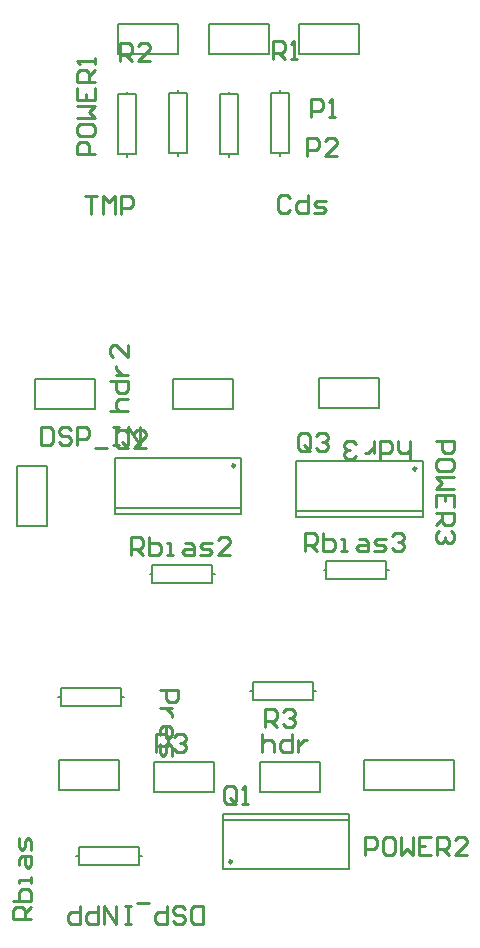
<source format=gto>
G04 Layer_Color=65535*
%FSLAX25Y25*%
%MOIN*%
G70*
G01*
G75*
%ADD10C,0.01000*%
%ADD18C,0.00984*%
%ADD19C,0.00787*%
D10*
X557000Y287000D02*
Y292998D01*
X559999D01*
X560999Y291998D01*
Y289999D01*
X559999Y288999D01*
X557000D01*
X558999D02*
X560999Y287000D01*
X562998Y291998D02*
X563998Y292998D01*
X565997D01*
X566997Y291998D01*
Y290999D01*
X565997Y289999D01*
X564997D01*
X565997D01*
X566997Y288999D01*
Y288000D01*
X565997Y287000D01*
X563998D01*
X562998Y288000D01*
X497000Y463998D02*
X500999D01*
X498999D01*
Y458000D01*
X502998D02*
Y463998D01*
X504997Y461999D01*
X506997Y463998D01*
Y458000D01*
X508996D02*
Y463998D01*
X511995D01*
X512995Y462998D01*
Y460999D01*
X511995Y459999D01*
X508996D01*
X479000Y223000D02*
X473002D01*
Y225999D01*
X474002Y226999D01*
X476001D01*
X477001Y225999D01*
Y223000D01*
Y224999D02*
X479000Y226999D01*
X473002Y228998D02*
X479000D01*
Y231997D01*
X478000Y232997D01*
X477001D01*
X476001D01*
X475001Y231997D01*
Y228998D01*
X479000Y234996D02*
Y236996D01*
Y235996D01*
X475001D01*
Y234996D01*
Y240994D02*
Y242993D01*
X476001Y243993D01*
X479000D01*
Y240994D01*
X478000Y239995D01*
X477001Y240994D01*
Y243993D01*
X479000Y245993D02*
Y248992D01*
X478000Y249991D01*
X477001Y248992D01*
Y246992D01*
X476001Y245993D01*
X475001Y246992D01*
Y249991D01*
X570300Y345900D02*
Y351898D01*
X573299D01*
X574299Y350898D01*
Y348899D01*
X573299Y347899D01*
X570300D01*
X572299D02*
X574299Y345900D01*
X576298Y351898D02*
Y345900D01*
X579297D01*
X580297Y346900D01*
Y347899D01*
Y348899D01*
X579297Y349899D01*
X576298D01*
X582296Y345900D02*
X584296D01*
X583296D01*
Y349899D01*
X582296D01*
X588294D02*
X590294D01*
X591293Y348899D01*
Y345900D01*
X588294D01*
X587294Y346900D01*
X588294Y347899D01*
X591293D01*
X593293Y345900D02*
X596292D01*
X597291Y346900D01*
X596292Y347899D01*
X594292D01*
X593293Y348899D01*
X594292Y349899D01*
X597291D01*
X599291Y350898D02*
X600290Y351898D01*
X602290D01*
X603289Y350898D01*
Y349899D01*
X602290Y348899D01*
X601290D01*
X602290D01*
X603289Y347899D01*
Y346900D01*
X602290Y345900D01*
X600290D01*
X599291Y346900D01*
X512300Y344400D02*
Y350398D01*
X515299D01*
X516299Y349398D01*
Y347399D01*
X515299Y346399D01*
X512300D01*
X514299D02*
X516299Y344400D01*
X518298Y350398D02*
Y344400D01*
X521297D01*
X522297Y345400D01*
Y346399D01*
Y347399D01*
X521297Y348399D01*
X518298D01*
X524296Y344400D02*
X526296D01*
X525296D01*
Y348399D01*
X524296D01*
X530294D02*
X532294D01*
X533293Y347399D01*
Y344400D01*
X530294D01*
X529294Y345400D01*
X530294Y346399D01*
X533293D01*
X535293Y344400D02*
X538292D01*
X539291Y345400D01*
X538292Y346399D01*
X536292D01*
X535293Y347399D01*
X536292Y348399D01*
X539291D01*
X545289Y344400D02*
X541291D01*
X545289Y348399D01*
Y349398D01*
X544290Y350398D01*
X542290D01*
X541291Y349398D01*
X571999Y380200D02*
Y384198D01*
X570999Y385198D01*
X569000D01*
X568000Y384198D01*
Y380200D01*
X569000Y379200D01*
X570999D01*
X569999Y381199D02*
X571999Y379200D01*
X570999D02*
X571999Y380200D01*
X573998Y384198D02*
X574998Y385198D01*
X576997D01*
X577997Y384198D01*
Y383199D01*
X576997Y382199D01*
X575997D01*
X576997D01*
X577997Y381199D01*
Y380200D01*
X576997Y379200D01*
X574998D01*
X573998Y380200D01*
X511499Y381200D02*
Y385198D01*
X510499Y386198D01*
X508500D01*
X507500Y385198D01*
Y381200D01*
X508500Y380200D01*
X510499D01*
X509499Y382199D02*
X511499Y380200D01*
X510499D02*
X511499Y381200D01*
X517497Y380200D02*
X513498D01*
X517497Y384199D01*
Y385198D01*
X516497Y386198D01*
X514498D01*
X513498Y385198D01*
X547499Y262600D02*
Y266598D01*
X546499Y267598D01*
X544500D01*
X543500Y266598D01*
Y262600D01*
X544500Y261600D01*
X546499D01*
X545499Y263599D02*
X547499Y261600D01*
X546499D02*
X547499Y262600D01*
X549498Y261600D02*
X551497D01*
X550498D01*
Y267598D01*
X549498Y266598D01*
X522000Y299500D02*
X527998D01*
Y296501D01*
X526998Y295501D01*
X524999D01*
X523999Y296501D01*
Y299500D01*
X525999Y293502D02*
X522000D01*
X523999D01*
X524999Y292502D01*
X525999Y291503D01*
Y290503D01*
X522000Y284505D02*
Y286504D01*
X523000Y287504D01*
X524999D01*
X525999Y286504D01*
Y284505D01*
X524999Y283505D01*
X523999D01*
Y287504D01*
X522000Y281506D02*
Y278507D01*
X523000Y277507D01*
X523999Y278507D01*
Y280506D01*
X524999Y281506D01*
X525999Y280506D01*
Y277507D01*
X614000Y382500D02*
X619998D01*
Y379501D01*
X618998Y378501D01*
X616999D01*
X615999Y379501D01*
Y382500D01*
X619998Y373503D02*
Y375502D01*
X618998Y376502D01*
X615000D01*
X614000Y375502D01*
Y373503D01*
X615000Y372503D01*
X618998D01*
X619998Y373503D01*
Y370504D02*
X614000D01*
X615999Y368505D01*
X614000Y366505D01*
X619998D01*
Y360507D02*
Y364506D01*
X614000D01*
Y360507D01*
X616999Y364506D02*
Y362507D01*
X614000Y358508D02*
X619998D01*
Y355509D01*
X618998Y354509D01*
X616999D01*
X615999Y355509D01*
Y358508D01*
Y356508D02*
X614000Y354509D01*
X618998Y352510D02*
X619998Y351510D01*
Y349511D01*
X618998Y348511D01*
X617999D01*
X616999Y349511D01*
Y350510D01*
Y349511D01*
X615999Y348511D01*
X615000D01*
X614000Y349511D01*
Y351510D01*
X615000Y352510D01*
X590500Y244500D02*
Y250498D01*
X593499D01*
X594499Y249498D01*
Y247499D01*
X593499Y246499D01*
X590500D01*
X599497Y250498D02*
X597498D01*
X596498Y249498D01*
Y245500D01*
X597498Y244500D01*
X599497D01*
X600497Y245500D01*
Y249498D01*
X599497Y250498D01*
X602496D02*
Y244500D01*
X604495Y246499D01*
X606495Y244500D01*
Y250498D01*
X612493D02*
X608494D01*
Y244500D01*
X612493D01*
X608494Y247499D02*
X610494D01*
X614492Y244500D02*
Y250498D01*
X617491D01*
X618491Y249498D01*
Y247499D01*
X617491Y246499D01*
X614492D01*
X616492D02*
X618491Y244500D01*
X624489D02*
X620490D01*
X624489Y248499D01*
Y249498D01*
X623489Y250498D01*
X621490D01*
X620490Y249498D01*
X500500Y478000D02*
X494502D01*
Y480999D01*
X495502Y481999D01*
X497501D01*
X498501Y480999D01*
Y478000D01*
X494502Y486997D02*
Y484998D01*
X495502Y483998D01*
X499500D01*
X500500Y484998D01*
Y486997D01*
X499500Y487997D01*
X495502D01*
X494502Y486997D01*
Y489996D02*
X500500D01*
X498501Y491995D01*
X500500Y493995D01*
X494502D01*
Y499993D02*
Y495994D01*
X500500D01*
Y499993D01*
X497501Y495994D02*
Y497994D01*
X500500Y501992D02*
X494502D01*
Y504991D01*
X495502Y505991D01*
X497501D01*
X498501Y504991D01*
Y501992D01*
Y503992D02*
X500500Y505991D01*
Y507990D02*
Y509990D01*
Y508990D01*
X494502D01*
X495502Y507990D01*
X520600Y278900D02*
Y284898D01*
X523599D01*
X524599Y283898D01*
Y281899D01*
X523599Y280899D01*
X520600D01*
X526598Y283898D02*
X527598Y284898D01*
X529597D01*
X530597Y283898D01*
Y282899D01*
X529597Y281899D01*
X528597D01*
X529597D01*
X530597Y280899D01*
Y279900D01*
X529597Y278900D01*
X527598D01*
X526598Y279900D01*
X571000Y477500D02*
Y483498D01*
X573999D01*
X574999Y482498D01*
Y480499D01*
X573999Y479499D01*
X571000D01*
X580997Y477500D02*
X576998D01*
X580997Y481499D01*
Y482498D01*
X579997Y483498D01*
X577998D01*
X576998Y482498D01*
X572500Y490500D02*
Y496498D01*
X575499D01*
X576499Y495498D01*
Y493499D01*
X575499Y492499D01*
X572500D01*
X578498Y490500D02*
X580497D01*
X579498D01*
Y496498D01*
X578498Y495498D01*
X556100Y284898D02*
Y278900D01*
Y281899D01*
X557100Y282899D01*
X559099D01*
X560099Y281899D01*
Y278900D01*
X566097Y284898D02*
Y278900D01*
X563098D01*
X562098Y279900D01*
Y281899D01*
X563098Y282899D01*
X566097D01*
X568096D02*
Y278900D01*
Y280899D01*
X569096Y281899D01*
X570095Y282899D01*
X571095D01*
X605500Y376502D02*
Y382500D01*
Y379501D01*
X604500Y378501D01*
X602501D01*
X601501Y379501D01*
Y382500D01*
X595503Y376502D02*
Y382500D01*
X598502D01*
X599502Y381500D01*
Y379501D01*
X598502Y378501D01*
X595503D01*
X593504D02*
Y382500D01*
Y380501D01*
X592504Y379501D01*
X591504Y378501D01*
X590505D01*
X587506Y377502D02*
X586506Y376502D01*
X584507D01*
X583507Y377502D01*
Y378501D01*
X584507Y379501D01*
X585506D01*
X584507D01*
X583507Y380501D01*
Y381500D01*
X584507Y382500D01*
X586506D01*
X587506Y381500D01*
X505502Y392500D02*
X511500D01*
X508501D01*
X507501Y393500D01*
Y395499D01*
X508501Y396499D01*
X511500D01*
X505502Y402497D02*
X511500D01*
Y399498D01*
X510500Y398498D01*
X508501D01*
X507501Y399498D01*
Y402497D01*
Y404496D02*
X511500D01*
X509501D01*
X508501Y405496D01*
X507501Y406496D01*
Y407495D01*
X511500Y414493D02*
Y410494D01*
X507501Y414493D01*
X506502D01*
X505502Y413493D01*
Y411494D01*
X506502Y410494D01*
X482500Y386998D02*
Y381000D01*
X485499D01*
X486499Y382000D01*
Y385998D01*
X485499Y386998D01*
X482500D01*
X492497Y385998D02*
X491497Y386998D01*
X489498D01*
X488498Y385998D01*
Y384999D01*
X489498Y383999D01*
X491497D01*
X492497Y382999D01*
Y382000D01*
X491497Y381000D01*
X489498D01*
X488498Y382000D01*
X494496Y381000D02*
Y386998D01*
X497495D01*
X498495Y385998D01*
Y383999D01*
X497495Y382999D01*
X494496D01*
X500494Y380000D02*
X504493D01*
X506492Y386998D02*
X508492D01*
X507492D01*
Y381000D01*
X506492D01*
X508492D01*
X511491D02*
Y386998D01*
X515489Y381000D01*
Y386998D01*
X536500Y221502D02*
Y227500D01*
X533501D01*
X532501Y226500D01*
Y222502D01*
X533501Y221502D01*
X536500D01*
X526503Y222502D02*
X527503Y221502D01*
X529502D01*
X530502Y222502D01*
Y223501D01*
X529502Y224501D01*
X527503D01*
X526503Y225501D01*
Y226500D01*
X527503Y227500D01*
X529502D01*
X530502Y226500D01*
X524504Y227500D02*
Y221502D01*
X521505D01*
X520505Y222502D01*
Y224501D01*
X521505Y225501D01*
X524504D01*
X518506Y228500D02*
X514507D01*
X512508Y221502D02*
X510508D01*
X511508D01*
Y227500D01*
X512508D01*
X510508D01*
X507509D02*
Y221502D01*
X503511Y227500D01*
Y221502D01*
X501511Y227500D02*
Y221502D01*
X498512D01*
X497513Y222502D01*
Y224501D01*
X498512Y225501D01*
X501511D01*
X495513Y227500D02*
Y221502D01*
X492514D01*
X491514Y222502D01*
Y224501D01*
X492514Y225501D01*
X495513D01*
X508600Y509200D02*
Y515198D01*
X511599D01*
X512599Y514198D01*
Y512199D01*
X511599Y511199D01*
X508600D01*
X510599D02*
X512599Y509200D01*
X518597D02*
X514598D01*
X518597Y513199D01*
Y514198D01*
X517597Y515198D01*
X515598D01*
X514598Y514198D01*
X559600Y509700D02*
Y515698D01*
X562599D01*
X563599Y514698D01*
Y512699D01*
X562599Y511699D01*
X559600D01*
X561599D02*
X563599Y509700D01*
X565598D02*
X567597D01*
X566598D01*
Y515698D01*
X565598Y514698D01*
X565499Y463498D02*
X564499Y464498D01*
X562500D01*
X561500Y463498D01*
Y459500D01*
X562500Y458500D01*
X564499D01*
X565499Y459500D01*
X571497Y464498D02*
Y458500D01*
X568498D01*
X567498Y459500D01*
Y461499D01*
X568498Y462499D01*
X571497D01*
X573496Y458500D02*
X576495D01*
X577495Y459500D01*
X576495Y460499D01*
X574496D01*
X573496Y461499D01*
X574496Y462499D01*
X577495D01*
D18*
X607496Y373224D02*
G03*
X607496Y373224I-492J0D01*
G01*
X546996Y374224D02*
G03*
X546996Y374224I-492J0D01*
G01*
X545988Y242276D02*
G03*
X545988Y242276I-492J0D01*
G01*
D19*
X573000Y299000D02*
Y302000D01*
X553000D02*
X573000D01*
X553000Y296000D02*
Y302000D01*
Y296000D02*
X573000D01*
Y299000D01*
X552100D02*
X553000D01*
X573000D02*
X573900D01*
X509000Y297000D02*
Y300000D01*
X489000D02*
X509000D01*
X489000Y294000D02*
Y300000D01*
Y294000D02*
X509000D01*
Y297000D01*
X488100D02*
X489000D01*
X509000D02*
X509900D01*
X515000Y244000D02*
Y247000D01*
X495000D02*
X515000D01*
X495000Y241000D02*
Y247000D01*
Y241000D02*
X515000D01*
Y244000D01*
X494100D02*
X495000D01*
X515000D02*
X515900D01*
X567437Y357280D02*
Y375783D01*
X609563Y357280D02*
Y375783D01*
X567437D02*
X609563D01*
X567437Y357280D02*
X609563D01*
X567437Y359248D02*
X609563D01*
X506937Y358280D02*
Y376783D01*
X549063Y358280D02*
Y376783D01*
X506937D02*
X549063D01*
X506937Y358280D02*
X549063D01*
X506937Y360248D02*
X549063D01*
X597500Y339500D02*
Y342500D01*
X577500D02*
X597500D01*
X577500Y336500D02*
Y342500D01*
Y336500D02*
X597500D01*
Y339500D01*
X576600D02*
X577500D01*
X597500D02*
X598400D01*
X539500Y338000D02*
Y341000D01*
X519500D02*
X539500D01*
X519500Y335000D02*
Y341000D01*
Y335000D02*
X539500D01*
Y338000D01*
X518600D02*
X519500D01*
X539500D02*
X540400D01*
X575500Y265500D02*
Y275500D01*
X555500Y265500D02*
X575500D01*
X555500D02*
Y275500D01*
X575500D01*
X585063Y239717D02*
Y258220D01*
X542937Y239717D02*
Y258220D01*
Y239717D02*
X585063D01*
X542937Y258220D02*
X585063D01*
X542937Y256252D02*
X585063D01*
X520000Y265500D02*
Y275500D01*
X540000D01*
Y265500D02*
Y275500D01*
X520000Y265500D02*
X540000D01*
X562000Y478500D02*
X565000D01*
Y498500D01*
X559000D02*
X565000D01*
X559000Y478500D02*
Y498500D01*
Y478500D02*
X562000D01*
Y498500D02*
Y499400D01*
Y477600D02*
Y478500D01*
X508000Y498000D02*
X511000D01*
X508000Y478000D02*
Y498000D01*
Y478000D02*
X514000D01*
Y498000D01*
X511000D02*
X514000D01*
X511000Y477100D02*
Y478000D01*
Y498000D02*
Y498900D01*
X528000Y478500D02*
X531000D01*
Y498500D01*
X525000D02*
X531000D01*
X525000Y478500D02*
Y498500D01*
Y478500D02*
X528000D01*
Y498500D02*
Y499400D01*
Y477600D02*
Y478500D01*
X474500Y374000D02*
X484500D01*
Y354000D02*
Y374000D01*
X474500Y354000D02*
X484500D01*
X474500D02*
Y374000D01*
X545000Y478000D02*
X548000D01*
Y498000D01*
X542000D02*
X548000D01*
X542000Y478000D02*
Y498000D01*
Y478000D02*
X545000D01*
Y498000D02*
Y498900D01*
Y477100D02*
Y478000D01*
X528000Y511500D02*
Y521500D01*
X508000Y511500D02*
X528000D01*
X508000D02*
Y521500D01*
X528000D01*
X588500Y511500D02*
Y521500D01*
X568500Y511500D02*
X588500D01*
X568500D02*
Y521500D01*
X588500D01*
X558250Y511500D02*
Y521500D01*
X538250Y511500D02*
X558250D01*
X538250D02*
Y521500D01*
X558250D01*
X500500Y393000D02*
Y403000D01*
X480500Y393000D02*
X500500D01*
X480500D02*
Y403000D01*
X500500D01*
X526250Y393000D02*
Y403000D01*
X546250D01*
Y393000D02*
Y403000D01*
X526250Y393000D02*
X546250D01*
X595000Y393500D02*
Y403500D01*
X575000Y393500D02*
X595000D01*
X575000D02*
Y403500D01*
X595000D01*
X590000Y266000D02*
X620000D01*
Y276000D01*
X590000D02*
X620000D01*
X590000Y266000D02*
Y276000D01*
X488500Y266000D02*
Y276000D01*
X508500D01*
Y266000D02*
Y276000D01*
X488500Y266000D02*
X508500D01*
M02*

</source>
